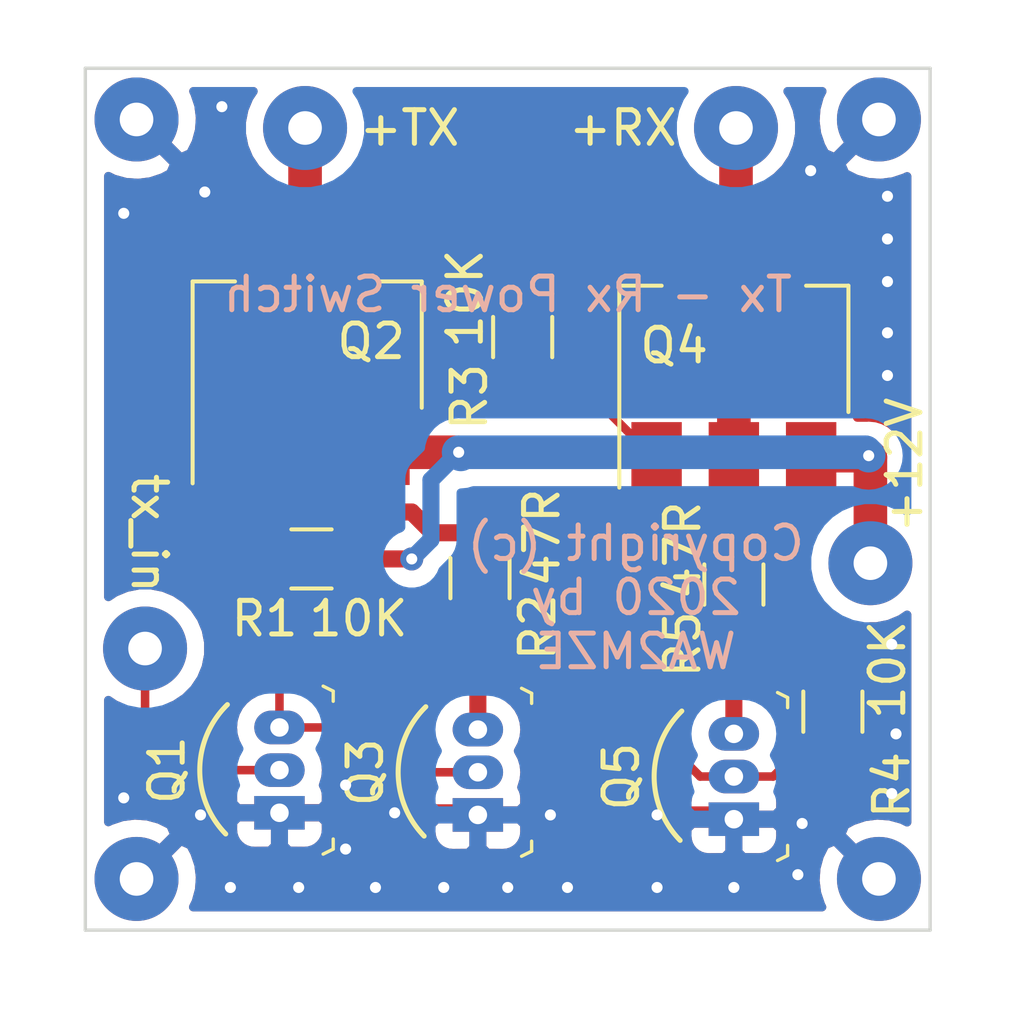
<source format=kicad_pcb>
(kicad_pcb (version 20171130) (host pcbnew 5.1.6-c6e7f7d~86~ubuntu19.10.1)

  (general
    (thickness 1.6)
    (drawings 15)
    (tracks 95)
    (zones 0)
    (modules 18)
    (nets 10)
  )

  (page A4)
  (layers
    (0 F.Cu signal)
    (31 B.Cu signal)
    (32 B.Adhes user)
    (33 F.Adhes user)
    (34 B.Paste user)
    (35 F.Paste user)
    (36 B.SilkS user)
    (37 F.SilkS user)
    (38 B.Mask user)
    (39 F.Mask user)
    (40 Dwgs.User user)
    (41 Cmts.User user)
    (42 Eco1.User user)
    (43 Eco2.User user)
    (44 Edge.Cuts user)
    (45 Margin user)
    (46 B.CrtYd user)
    (47 F.CrtYd user)
    (48 B.Fab user)
    (49 F.Fab user)
  )

  (setup
    (last_trace_width 0.508)
    (user_trace_width 0.254)
    (user_trace_width 0.508)
    (user_trace_width 1)
    (trace_clearance 0.1524)
    (zone_clearance 0.508)
    (zone_45_only no)
    (trace_min 0.1524)
    (via_size 0.6858)
    (via_drill 0.3302)
    (via_min_size 0.508)
    (via_min_drill 0.254)
    (uvia_size 0.6858)
    (uvia_drill 0.3302)
    (uvias_allowed no)
    (uvia_min_size 0.508)
    (uvia_min_drill 0.254)
    (edge_width 0.05)
    (segment_width 0.2)
    (pcb_text_width 0.3)
    (pcb_text_size 1.5 1.5)
    (mod_edge_width 0.12)
    (mod_text_size 1 1)
    (mod_text_width 0.15)
    (pad_size 1.524 1.524)
    (pad_drill 0.762)
    (pad_to_mask_clearance 0.0508)
    (solder_mask_min_width 0.1016)
    (aux_axis_origin 0 0)
    (visible_elements FFFFFF7F)
    (pcbplotparams
      (layerselection 0x010fc_ffffffff)
      (usegerberextensions false)
      (usegerberattributes true)
      (usegerberadvancedattributes true)
      (creategerberjobfile true)
      (excludeedgelayer true)
      (linewidth 0.100000)
      (plotframeref false)
      (viasonmask false)
      (mode 1)
      (useauxorigin false)
      (hpglpennumber 1)
      (hpglpenspeed 20)
      (hpglpendiameter 15.000000)
      (psnegative false)
      (psa4output false)
      (plotreference true)
      (plotvalue true)
      (plotinvisibletext false)
      (padsonsilk false)
      (subtractmaskfromsilk false)
      (outputformat 1)
      (mirror false)
      (drillshape 1)
      (scaleselection 1)
      (outputdirectory ""))
  )

  (net 0 "")
  (net 1 +12V)
  (net 2 +RX)
  (net 3 +TX)
  (net 4 tx)
  (net 5 GND)
  (net 6 "Net-(Q1-Pad3)")
  (net 7 "Net-(Q3-Pad3)")
  (net 8 "Net-(Q4-Pad1)")
  (net 9 "Net-(Q5-Pad3)")

  (net_class Default "This is the default net class."
    (clearance 0.1524)
    (trace_width 0.1524)
    (via_dia 0.6858)
    (via_drill 0.3302)
    (uvia_dia 0.6858)
    (uvia_drill 0.3302)
    (add_net +12V)
    (add_net +RX)
    (add_net +TX)
    (add_net GND)
    (add_net "Net-(Q1-Pad3)")
    (add_net "Net-(Q3-Pad3)")
    (add_net "Net-(Q4-Pad1)")
    (add_net "Net-(Q5-Pad3)")
    (add_net tx)
  )

  (module Wire_Pads:SolderWirePad_single_1mmDrill (layer F.Cu) (tedit 0) (tstamp 5EC54879)
    (at 182.372 334.264)
    (path /5EC7F07F)
    (fp_text reference J1 (at 0 -3.81) (layer F.SilkS) hide
      (effects (font (size 1 1) (thickness 0.15)))
    )
    (fp_text value 12VoltIn (at -1.905 3.175) (layer F.Fab)
      (effects (font (size 1 1) (thickness 0.15)))
    )
    (pad 1 thru_hole circle (at 0 0) (size 2.49936 2.49936) (drill 1.00076) (layers *.Cu *.Mask)
      (net 1 +12V))
  )

  (module Wire_Pads:SolderWirePad_single_1mmDrill (layer F.Cu) (tedit 0) (tstamp 5EC5487E)
    (at 178.3715 321.31)
    (path /5EC84DCD)
    (fp_text reference J2 (at -2.6035 1.27) (layer F.SilkS) hide
      (effects (font (size 1 1) (thickness 0.15)))
    )
    (fp_text value +RXout (at -1.905 3.175) (layer F.Fab)
      (effects (font (size 1 1) (thickness 0.15)))
    )
    (pad 1 thru_hole circle (at 0 0) (size 2.49936 2.49936) (drill 1.00076) (layers *.Cu *.Mask)
      (net 2 +RX))
  )

  (module Wire_Pads:SolderWirePad_single_1mmDrill (layer F.Cu) (tedit 0) (tstamp 5EC54883)
    (at 165.5445 321.31)
    (path /5EC85081)
    (fp_text reference J3 (at -2.6035 0.635) (layer F.SilkS) hide
      (effects (font (size 1 1) (thickness 0.15)))
    )
    (fp_text value +TXout (at -1.905 3.175) (layer F.Fab)
      (effects (font (size 1 1) (thickness 0.15)))
    )
    (pad 1 thru_hole circle (at 0 0) (size 2.49936 2.49936) (drill 1.00076) (layers *.Cu *.Mask)
      (net 3 +TX))
  )

  (module Wire_Pads:SolderWirePad_single_1mmDrill (layer F.Cu) (tedit 0) (tstamp 5EC54888)
    (at 160.782 336.804)
    (path /5EC85413)
    (fp_text reference J4 (at 2.413 0) (layer F.SilkS) hide
      (effects (font (size 1 1) (thickness 0.15)))
    )
    (fp_text value tx_in (at -1.905 3.175) (layer F.Fab)
      (effects (font (size 1 1) (thickness 0.15)))
    )
    (pad 1 thru_hole circle (at 0 0) (size 2.49936 2.49936) (drill 1.00076) (layers *.Cu *.Mask)
      (net 4 tx))
  )

  (module Wire_Pads:SolderWirePad_single_1mmDrill (layer F.Cu) (tedit 0) (tstamp 5EC5488D)
    (at 182.626 321.056)
    (path /5EC85994)
    (fp_text reference J5 (at -1.778 6.35) (layer F.SilkS) hide
      (effects (font (size 1 1) (thickness 0.15)))
    )
    (fp_text value GND (at -1.905 3.175) (layer F.Fab)
      (effects (font (size 1 1) (thickness 0.15)))
    )
    (pad 1 thru_hole circle (at 0 0) (size 2.49936 2.49936) (drill 1.00076) (layers *.Cu *.Mask)
      (net 5 GND))
  )

  (module Wire_Pads:SolderWirePad_single_1mmDrill (layer F.Cu) (tedit 0) (tstamp 5EC54892)
    (at 160.528 321.056)
    (path /5EC57D6A)
    (fp_text reference J6 (at 0.508 5.588) (layer F.SilkS) hide
      (effects (font (size 1 1) (thickness 0.15)))
    )
    (fp_text value GND (at -1.905 3.175) (layer F.Fab)
      (effects (font (size 1 1) (thickness 0.15)))
    )
    (pad 1 thru_hole circle (at 0 0) (size 2.49936 2.49936) (drill 1.00076) (layers *.Cu *.Mask)
      (net 5 GND))
  )

  (module Wire_Pads:SolderWirePad_single_1mmDrill (layer F.Cu) (tedit 0) (tstamp 5EC54897)
    (at 182.626 343.662)
    (path /5EC578D2)
    (fp_text reference J7 (at 0 -3.81) (layer F.SilkS) hide
      (effects (font (size 1 1) (thickness 0.15)))
    )
    (fp_text value GND (at -1.905 3.175) (layer F.Fab)
      (effects (font (size 1 1) (thickness 0.15)))
    )
    (pad 1 thru_hole circle (at 0 0) (size 2.49936 2.49936) (drill 1.00076) (layers *.Cu *.Mask)
      (net 5 GND))
  )

  (module Wire_Pads:SolderWirePad_single_1mmDrill (layer F.Cu) (tedit 0) (tstamp 5EC5489C)
    (at 160.528 343.662)
    (path /5EC580F8)
    (fp_text reference J8 (at 0 -3.81) (layer F.SilkS) hide
      (effects (font (size 1 1) (thickness 0.15)))
    )
    (fp_text value GND (at -1.905 3.175) (layer F.Fab)
      (effects (font (size 1 1) (thickness 0.15)))
    )
    (pad 1 thru_hole circle (at 0 0) (size 2.49936 2.49936) (drill 1.00076) (layers *.Cu *.Mask)
      (net 5 GND))
  )

  (module digikey-footprints:TO-92-3 (layer F.Cu) (tedit 5AF9CDD1) (tstamp 5EC548B0)
    (at 164.7825 341.6935 90)
    (descr http://www.ti.com/lit/ds/symlink/tl431a.pdf)
    (path /5ED66CB0)
    (fp_text reference Q1 (at 1.27 -3.35 90) (layer F.SilkS)
      (effects (font (size 1 1) (thickness 0.15)))
    )
    (fp_text value 2N7000 (at 1.27 2.5 90) (layer F.Fab)
      (effects (font (size 1 1) (thickness 0.15)))
    )
    (fp_line (start -1.08 1.6) (end -1.23 1.3) (layer F.SilkS) (width 0.1))
    (fp_line (start -0.78 1.6) (end -1.08 1.6) (layer F.SilkS) (width 0.1))
    (fp_line (start 3.62 1.6) (end 3.32 1.6) (layer F.SilkS) (width 0.1))
    (fp_line (start 3.62 1.6) (end 3.77 1.3) (layer F.SilkS) (width 0.1))
    (fp_line (start 4.17 1.75) (end 4.17 -2.5) (layer F.CrtYd) (width 0.05))
    (fp_line (start -1.63 1.75) (end -1.63 -2.5) (layer F.CrtYd) (width 0.05))
    (fp_line (start -1.63 1.75) (end 4.17 1.75) (layer F.CrtYd) (width 0.05))
    (fp_line (start -1.63 -2.5) (end 4.17 -2.5) (layer F.CrtYd) (width 0.05))
    (fp_line (start 3.57 1.5) (end -1.03 1.5) (layer F.Fab) (width 0.15))
    (fp_arc (start 1.27 0.35) (end -0.63 -1.6) (angle 90) (layer F.SilkS) (width 0.15))
    (fp_arc (start 1.27 0.3) (end -1.03 1.5) (angle 235) (layer F.Fab) (width 0.15))
    (fp_arc (start 1.27 0.3) (end -1.33 0.3) (angle 90) (layer F.Fab) (width 0.15))
    (fp_text user %R (at 1.27 -1.25 270) (layer F.Fab)
      (effects (font (size 0.75 0.75) (thickness 0.15)))
    )
    (pad 2 thru_hole oval (at 1.27 0 270) (size 1 1.5) (drill 0.55) (layers *.Cu *.Mask)
      (net 4 tx))
    (pad 3 thru_hole oval (at 2.54 0 270) (size 1 1.5) (drill 0.55) (layers *.Cu *.Mask)
      (net 6 "Net-(Q1-Pad3)"))
    (pad 1 thru_hole rect (at 0 0 270) (size 1 1.5) (drill 0.55) (layers *.Cu *.Mask)
      (net 5 GND))
  )

  (module TO_SOT_Packages_SMD:SOT-223-3_TabPin2 (layer F.Cu) (tedit 58CE4E7E) (tstamp 5EC548C6)
    (at 165.608 327.787 90)
    (descr "module CMS SOT223 4 pins")
    (tags "CMS SOT")
    (path /5ED0D060)
    (attr smd)
    (fp_text reference Q2 (at 0.127 1.905 180) (layer F.SilkS)
      (effects (font (size 1 1) (thickness 0.15)))
    )
    (fp_text value NDT2955 (at 0 4.5 90) (layer F.Fab)
      (effects (font (size 1 1) (thickness 0.15)))
    )
    (fp_text user %R (at 0 0) (layer F.Fab)
      (effects (font (size 0.8 0.8) (thickness 0.12)))
    )
    (fp_line (start 1.91 3.41) (end 1.91 2.15) (layer F.SilkS) (width 0.12))
    (fp_line (start 1.91 -3.41) (end 1.91 -2.15) (layer F.SilkS) (width 0.12))
    (fp_line (start 4.4 -3.6) (end -4.4 -3.6) (layer F.CrtYd) (width 0.05))
    (fp_line (start 4.4 3.6) (end 4.4 -3.6) (layer F.CrtYd) (width 0.05))
    (fp_line (start -4.4 3.6) (end 4.4 3.6) (layer F.CrtYd) (width 0.05))
    (fp_line (start -4.4 -3.6) (end -4.4 3.6) (layer F.CrtYd) (width 0.05))
    (fp_line (start -1.85 -2.35) (end -0.85 -3.35) (layer F.Fab) (width 0.1))
    (fp_line (start -1.85 -2.35) (end -1.85 3.35) (layer F.Fab) (width 0.1))
    (fp_line (start -1.85 3.41) (end 1.91 3.41) (layer F.SilkS) (width 0.12))
    (fp_line (start -0.85 -3.35) (end 1.85 -3.35) (layer F.Fab) (width 0.1))
    (fp_line (start -4.1 -3.41) (end 1.91 -3.41) (layer F.SilkS) (width 0.12))
    (fp_line (start -1.85 3.35) (end 1.85 3.35) (layer F.Fab) (width 0.1))
    (fp_line (start 1.85 -3.35) (end 1.85 3.35) (layer F.Fab) (width 0.1))
    (pad 1 smd rect (at -3.15 -2.3 90) (size 2 1.5) (layers F.Cu F.Paste F.Mask)
      (net 6 "Net-(Q1-Pad3)"))
    (pad 3 smd rect (at -3.15 2.3 90) (size 2 1.5) (layers F.Cu F.Paste F.Mask)
      (net 1 +12V))
    (pad 2 smd rect (at -3.15 0 90) (size 2 1.5) (layers F.Cu F.Paste F.Mask)
      (net 3 +TX))
    (pad 2 smd rect (at 3.15 0 90) (size 2 3.8) (layers F.Cu F.Paste F.Mask)
      (net 3 +TX))
    (model ${KISYS3DMOD}/TO_SOT_Packages_SMD.3dshapes/SOT-223.wrl
      (at (xyz 0 0 0))
      (scale (xyz 1 1 1))
      (rotate (xyz 0 0 0))
    )
  )

  (module digikey-footprints:TO-92-3 (layer F.Cu) (tedit 5AF9CDD1) (tstamp 5EC548DA)
    (at 170.688 341.757 90)
    (descr http://www.ti.com/lit/ds/symlink/tl431a.pdf)
    (path /5ED65EA9)
    (fp_text reference Q3 (at 1.27 -3.35 90) (layer F.SilkS)
      (effects (font (size 1 1) (thickness 0.15)))
    )
    (fp_text value 2N7000 (at 1.27 2.5 90) (layer F.Fab)
      (effects (font (size 1 1) (thickness 0.15)))
    )
    (fp_line (start -1.08 1.6) (end -1.23 1.3) (layer F.SilkS) (width 0.1))
    (fp_line (start -0.78 1.6) (end -1.08 1.6) (layer F.SilkS) (width 0.1))
    (fp_line (start 3.62 1.6) (end 3.32 1.6) (layer F.SilkS) (width 0.1))
    (fp_line (start 3.62 1.6) (end 3.77 1.3) (layer F.SilkS) (width 0.1))
    (fp_line (start 4.17 1.75) (end 4.17 -2.5) (layer F.CrtYd) (width 0.05))
    (fp_line (start -1.63 1.75) (end -1.63 -2.5) (layer F.CrtYd) (width 0.05))
    (fp_line (start -1.63 1.75) (end 4.17 1.75) (layer F.CrtYd) (width 0.05))
    (fp_line (start -1.63 -2.5) (end 4.17 -2.5) (layer F.CrtYd) (width 0.05))
    (fp_line (start 3.57 1.5) (end -1.03 1.5) (layer F.Fab) (width 0.15))
    (fp_arc (start 1.27 0.35) (end -0.63 -1.6) (angle 90) (layer F.SilkS) (width 0.15))
    (fp_arc (start 1.27 0.3) (end -1.03 1.5) (angle 235) (layer F.Fab) (width 0.15))
    (fp_arc (start 1.27 0.3) (end -1.33 0.3) (angle 90) (layer F.Fab) (width 0.15))
    (fp_text user %R (at 1.27 -1.25 270) (layer F.Fab)
      (effects (font (size 0.75 0.75) (thickness 0.15)))
    )
    (pad 2 thru_hole oval (at 1.27 0 270) (size 1 1.5) (drill 0.55) (layers *.Cu *.Mask)
      (net 6 "Net-(Q1-Pad3)"))
    (pad 3 thru_hole oval (at 2.54 0 270) (size 1 1.5) (drill 0.55) (layers *.Cu *.Mask)
      (net 7 "Net-(Q3-Pad3)"))
    (pad 1 thru_hole rect (at 0 0 270) (size 1 1.5) (drill 0.55) (layers *.Cu *.Mask)
      (net 5 GND))
  )

  (module TO_SOT_Packages_SMD:SOT-223-3_TabPin2 (layer F.Cu) (tedit 58CE4E7E) (tstamp 5EC55CCB)
    (at 178.308 327.914 90)
    (descr "module CMS SOT223 4 pins")
    (tags "CMS SOT")
    (path /5ECE7378)
    (attr smd)
    (fp_text reference Q4 (at 0.127 -1.778 180) (layer F.SilkS)
      (effects (font (size 1 1) (thickness 0.15)))
    )
    (fp_text value NDT2955 (at 0 4.5 90) (layer F.Fab)
      (effects (font (size 1 1) (thickness 0.15)))
    )
    (fp_line (start 1.85 -3.35) (end 1.85 3.35) (layer F.Fab) (width 0.1))
    (fp_line (start -1.85 3.35) (end 1.85 3.35) (layer F.Fab) (width 0.1))
    (fp_line (start -4.1 -3.41) (end 1.91 -3.41) (layer F.SilkS) (width 0.12))
    (fp_line (start -0.85 -3.35) (end 1.85 -3.35) (layer F.Fab) (width 0.1))
    (fp_line (start -1.85 3.41) (end 1.91 3.41) (layer F.SilkS) (width 0.12))
    (fp_line (start -1.85 -2.35) (end -1.85 3.35) (layer F.Fab) (width 0.1))
    (fp_line (start -1.85 -2.35) (end -0.85 -3.35) (layer F.Fab) (width 0.1))
    (fp_line (start -4.4 -3.6) (end -4.4 3.6) (layer F.CrtYd) (width 0.05))
    (fp_line (start -4.4 3.6) (end 4.4 3.6) (layer F.CrtYd) (width 0.05))
    (fp_line (start 4.4 3.6) (end 4.4 -3.6) (layer F.CrtYd) (width 0.05))
    (fp_line (start 4.4 -3.6) (end -4.4 -3.6) (layer F.CrtYd) (width 0.05))
    (fp_line (start 1.91 -3.41) (end 1.91 -2.15) (layer F.SilkS) (width 0.12))
    (fp_line (start 1.91 3.41) (end 1.91 2.15) (layer F.SilkS) (width 0.12))
    (fp_text user %R (at 0 0) (layer F.Fab)
      (effects (font (size 0.8 0.8) (thickness 0.12)))
    )
    (pad 2 smd rect (at 3.15 0 90) (size 2 3.8) (layers F.Cu F.Paste F.Mask)
      (net 2 +RX))
    (pad 2 smd rect (at -3.15 0 90) (size 2 1.5) (layers F.Cu F.Paste F.Mask)
      (net 2 +RX))
    (pad 3 smd rect (at -3.15 2.3 90) (size 2 1.5) (layers F.Cu F.Paste F.Mask)
      (net 1 +12V))
    (pad 1 smd rect (at -3.15 -2.3 90) (size 2 1.5) (layers F.Cu F.Paste F.Mask)
      (net 8 "Net-(Q4-Pad1)"))
    (model ${KISYS3DMOD}/TO_SOT_Packages_SMD.3dshapes/SOT-223.wrl
      (at (xyz 0 0 0))
      (scale (xyz 1 1 1))
      (rotate (xyz 0 0 0))
    )
  )

  (module digikey-footprints:TO-92-3 (layer F.Cu) (tedit 5AF9CDD1) (tstamp 5EC54904)
    (at 178.308 341.884 90)
    (descr http://www.ti.com/lit/ds/symlink/tl431a.pdf)
    (path /5ED67571)
    (fp_text reference Q5 (at 1.27 -3.35 90) (layer F.SilkS)
      (effects (font (size 1 1) (thickness 0.15)))
    )
    (fp_text value 2N7000 (at 1.27 2.5 90) (layer F.Fab)
      (effects (font (size 1 1) (thickness 0.15)))
    )
    (fp_text user %R (at 1.27 -1.25 270) (layer F.Fab)
      (effects (font (size 0.75 0.75) (thickness 0.15)))
    )
    (fp_arc (start 1.27 0.3) (end -1.33 0.3) (angle 90) (layer F.Fab) (width 0.15))
    (fp_arc (start 1.27 0.3) (end -1.03 1.5) (angle 235) (layer F.Fab) (width 0.15))
    (fp_arc (start 1.27 0.35) (end -0.63 -1.6) (angle 90) (layer F.SilkS) (width 0.15))
    (fp_line (start 3.57 1.5) (end -1.03 1.5) (layer F.Fab) (width 0.15))
    (fp_line (start -1.63 -2.5) (end 4.17 -2.5) (layer F.CrtYd) (width 0.05))
    (fp_line (start -1.63 1.75) (end 4.17 1.75) (layer F.CrtYd) (width 0.05))
    (fp_line (start -1.63 1.75) (end -1.63 -2.5) (layer F.CrtYd) (width 0.05))
    (fp_line (start 4.17 1.75) (end 4.17 -2.5) (layer F.CrtYd) (width 0.05))
    (fp_line (start 3.62 1.6) (end 3.77 1.3) (layer F.SilkS) (width 0.1))
    (fp_line (start 3.62 1.6) (end 3.32 1.6) (layer F.SilkS) (width 0.1))
    (fp_line (start -0.78 1.6) (end -1.08 1.6) (layer F.SilkS) (width 0.1))
    (fp_line (start -1.08 1.6) (end -1.23 1.3) (layer F.SilkS) (width 0.1))
    (pad 1 thru_hole rect (at 0 0 270) (size 1 1.5) (drill 0.55) (layers *.Cu *.Mask)
      (net 5 GND))
    (pad 3 thru_hole oval (at 2.54 0 270) (size 1 1.5) (drill 0.55) (layers *.Cu *.Mask)
      (net 9 "Net-(Q5-Pad3)"))
    (pad 2 thru_hole oval (at 1.27 0 270) (size 1 1.5) (drill 0.55) (layers *.Cu *.Mask)
      (net 3 +TX))
  )

  (module Resistors_SMD:R_0805_HandSoldering (layer F.Cu) (tedit 58E0A804) (tstamp 5EC54915)
    (at 165.735 334.137 180)
    (descr "Resistor SMD 0805, hand soldering")
    (tags "resistor 0805")
    (path /5ECE978C)
    (attr smd)
    (fp_text reference R1 (at 1.397 -1.778) (layer F.SilkS)
      (effects (font (size 1 1) (thickness 0.15)))
    )
    (fp_text value 10K (at 0 1.75) (layer F.Fab)
      (effects (font (size 1 1) (thickness 0.15)))
    )
    (fp_line (start 2.35 0.9) (end -2.35 0.9) (layer F.CrtYd) (width 0.05))
    (fp_line (start 2.35 0.9) (end 2.35 -0.9) (layer F.CrtYd) (width 0.05))
    (fp_line (start -2.35 -0.9) (end -2.35 0.9) (layer F.CrtYd) (width 0.05))
    (fp_line (start -2.35 -0.9) (end 2.35 -0.9) (layer F.CrtYd) (width 0.05))
    (fp_line (start -0.6 -0.88) (end 0.6 -0.88) (layer F.SilkS) (width 0.12))
    (fp_line (start 0.6 0.88) (end -0.6 0.88) (layer F.SilkS) (width 0.12))
    (fp_line (start -1 -0.62) (end 1 -0.62) (layer F.Fab) (width 0.1))
    (fp_line (start 1 -0.62) (end 1 0.62) (layer F.Fab) (width 0.1))
    (fp_line (start 1 0.62) (end -1 0.62) (layer F.Fab) (width 0.1))
    (fp_line (start -1 0.62) (end -1 -0.62) (layer F.Fab) (width 0.1))
    (fp_text user %R (at 0 0) (layer F.Fab)
      (effects (font (size 0.5 0.5) (thickness 0.075)))
    )
    (pad 1 smd rect (at -1.35 0 180) (size 1.5 1.3) (layers F.Cu F.Paste F.Mask)
      (net 1 +12V))
    (pad 2 smd rect (at 1.35 0 180) (size 1.5 1.3) (layers F.Cu F.Paste F.Mask)
      (net 6 "Net-(Q1-Pad3)"))
    (model ${KISYS3DMOD}/Resistors_SMD.3dshapes/R_0805.wrl
      (at (xyz 0 0 0))
      (scale (xyz 1 1 1))
      (rotate (xyz 0 0 0))
    )
  )

  (module Resistors_SMD:R_0805_HandSoldering (layer F.Cu) (tedit 58E0A804) (tstamp 5EC54926)
    (at 170.7515 334.7085 270)
    (descr "Resistor SMD 0805, hand soldering")
    (tags "resistor 0805")
    (path /5EC499D1)
    (attr smd)
    (fp_text reference R2 (at 1.4605 -1.7145 90) (layer F.SilkS)
      (effects (font (size 1 1) (thickness 0.15)))
    )
    (fp_text value 47 (at 0 1.75 90) (layer F.Fab)
      (effects (font (size 1 1) (thickness 0.15)))
    )
    (fp_text user %R (at 0 0 90) (layer F.Fab)
      (effects (font (size 0.5 0.5) (thickness 0.075)))
    )
    (fp_line (start -1 0.62) (end -1 -0.62) (layer F.Fab) (width 0.1))
    (fp_line (start 1 0.62) (end -1 0.62) (layer F.Fab) (width 0.1))
    (fp_line (start 1 -0.62) (end 1 0.62) (layer F.Fab) (width 0.1))
    (fp_line (start -1 -0.62) (end 1 -0.62) (layer F.Fab) (width 0.1))
    (fp_line (start 0.6 0.88) (end -0.6 0.88) (layer F.SilkS) (width 0.12))
    (fp_line (start -0.6 -0.88) (end 0.6 -0.88) (layer F.SilkS) (width 0.12))
    (fp_line (start -2.35 -0.9) (end 2.35 -0.9) (layer F.CrtYd) (width 0.05))
    (fp_line (start -2.35 -0.9) (end -2.35 0.9) (layer F.CrtYd) (width 0.05))
    (fp_line (start 2.35 0.9) (end 2.35 -0.9) (layer F.CrtYd) (width 0.05))
    (fp_line (start 2.35 0.9) (end -2.35 0.9) (layer F.CrtYd) (width 0.05))
    (pad 2 smd rect (at 1.35 0 270) (size 1.5 1.3) (layers F.Cu F.Paste F.Mask)
      (net 7 "Net-(Q3-Pad3)"))
    (pad 1 smd rect (at -1.35 0 270) (size 1.5 1.3) (layers F.Cu F.Paste F.Mask)
      (net 3 +TX))
    (model ${KISYS3DMOD}/Resistors_SMD.3dshapes/R_0805.wrl
      (at (xyz 0 0 0))
      (scale (xyz 1 1 1))
      (rotate (xyz 0 0 0))
    )
  )

  (module Resistors_SMD:R_0805_HandSoldering (layer F.Cu) (tedit 58E0A804) (tstamp 5EC54937)
    (at 172.0215 327.533 90)
    (descr "Resistor SMD 0805, hand soldering")
    (tags "resistor 0805")
    (path /5EC4A02A)
    (attr smd)
    (fp_text reference R3 (at -1.778 -1.5875 90) (layer F.SilkS)
      (effects (font (size 1 1) (thickness 0.15)))
    )
    (fp_text value 10K (at 0 1.75 90) (layer F.Fab)
      (effects (font (size 1 1) (thickness 0.15)))
    )
    (fp_line (start 2.35 0.9) (end -2.35 0.9) (layer F.CrtYd) (width 0.05))
    (fp_line (start 2.35 0.9) (end 2.35 -0.9) (layer F.CrtYd) (width 0.05))
    (fp_line (start -2.35 -0.9) (end -2.35 0.9) (layer F.CrtYd) (width 0.05))
    (fp_line (start -2.35 -0.9) (end 2.35 -0.9) (layer F.CrtYd) (width 0.05))
    (fp_line (start -0.6 -0.88) (end 0.6 -0.88) (layer F.SilkS) (width 0.12))
    (fp_line (start 0.6 0.88) (end -0.6 0.88) (layer F.SilkS) (width 0.12))
    (fp_line (start -1 -0.62) (end 1 -0.62) (layer F.Fab) (width 0.1))
    (fp_line (start 1 -0.62) (end 1 0.62) (layer F.Fab) (width 0.1))
    (fp_line (start 1 0.62) (end -1 0.62) (layer F.Fab) (width 0.1))
    (fp_line (start -1 0.62) (end -1 -0.62) (layer F.Fab) (width 0.1))
    (fp_text user %R (at 0 0 90) (layer F.Fab)
      (effects (font (size 0.5 0.5) (thickness 0.075)))
    )
    (pad 1 smd rect (at -1.35 0 90) (size 1.5 1.3) (layers F.Cu F.Paste F.Mask)
      (net 8 "Net-(Q4-Pad1)"))
    (pad 2 smd rect (at 1.35 0 90) (size 1.5 1.3) (layers F.Cu F.Paste F.Mask)
      (net 3 +TX))
    (model ${KISYS3DMOD}/Resistors_SMD.3dshapes/R_0805.wrl
      (at (xyz 0 0 0))
      (scale (xyz 1 1 1))
      (rotate (xyz 0 0 0))
    )
  )

  (module Resistors_SMD:R_0805_HandSoldering (layer F.Cu) (tedit 58E0A804) (tstamp 5EC54948)
    (at 181.2544 338.6836 90)
    (descr "Resistor SMD 0805, hand soldering")
    (tags "resistor 0805")
    (path /5EC4C090)
    (attr smd)
    (fp_text reference R4 (at -2.1844 1.7526 90) (layer F.SilkS)
      (effects (font (size 1 1) (thickness 0.15)))
    )
    (fp_text value 100K (at 0 1.75 90) (layer F.Fab)
      (effects (font (size 1 1) (thickness 0.15)))
    )
    (fp_text user %R (at 0 0 90) (layer F.Fab)
      (effects (font (size 0.5 0.5) (thickness 0.075)))
    )
    (fp_line (start -1 0.62) (end -1 -0.62) (layer F.Fab) (width 0.1))
    (fp_line (start 1 0.62) (end -1 0.62) (layer F.Fab) (width 0.1))
    (fp_line (start 1 -0.62) (end 1 0.62) (layer F.Fab) (width 0.1))
    (fp_line (start -1 -0.62) (end 1 -0.62) (layer F.Fab) (width 0.1))
    (fp_line (start 0.6 0.88) (end -0.6 0.88) (layer F.SilkS) (width 0.12))
    (fp_line (start -0.6 -0.88) (end 0.6 -0.88) (layer F.SilkS) (width 0.12))
    (fp_line (start -2.35 -0.9) (end 2.35 -0.9) (layer F.CrtYd) (width 0.05))
    (fp_line (start -2.35 -0.9) (end -2.35 0.9) (layer F.CrtYd) (width 0.05))
    (fp_line (start 2.35 0.9) (end 2.35 -0.9) (layer F.CrtYd) (width 0.05))
    (fp_line (start 2.35 0.9) (end -2.35 0.9) (layer F.CrtYd) (width 0.05))
    (pad 2 smd rect (at 1.35 0 90) (size 1.5 1.3) (layers F.Cu F.Paste F.Mask)
      (net 3 +TX))
    (pad 1 smd rect (at -1.35 0 90) (size 1.5 1.3) (layers F.Cu F.Paste F.Mask)
      (net 5 GND))
    (model ${KISYS3DMOD}/Resistors_SMD.3dshapes/R_0805.wrl
      (at (xyz 0 0 0))
      (scale (xyz 1 1 1))
      (rotate (xyz 0 0 0))
    )
  )

  (module Resistors_SMD:R_0805_HandSoldering (layer F.Cu) (tedit 58E0A804) (tstamp 5EC54959)
    (at 178.308 334.899 270)
    (descr "Resistor SMD 0805, hand soldering")
    (tags "resistor 0805")
    (path /5EC48BCB)
    (attr smd)
    (fp_text reference R5 (at 1.778 1.524 90) (layer F.SilkS)
      (effects (font (size 1 1) (thickness 0.15)))
    )
    (fp_text value 47 (at 0 1.75 90) (layer F.Fab)
      (effects (font (size 1 1) (thickness 0.15)))
    )
    (fp_text user %R (at 0 0 90) (layer F.Fab)
      (effects (font (size 0.5 0.5) (thickness 0.075)))
    )
    (fp_line (start -1 0.62) (end -1 -0.62) (layer F.Fab) (width 0.1))
    (fp_line (start 1 0.62) (end -1 0.62) (layer F.Fab) (width 0.1))
    (fp_line (start 1 -0.62) (end 1 0.62) (layer F.Fab) (width 0.1))
    (fp_line (start -1 -0.62) (end 1 -0.62) (layer F.Fab) (width 0.1))
    (fp_line (start 0.6 0.88) (end -0.6 0.88) (layer F.SilkS) (width 0.12))
    (fp_line (start -0.6 -0.88) (end 0.6 -0.88) (layer F.SilkS) (width 0.12))
    (fp_line (start -2.35 -0.9) (end 2.35 -0.9) (layer F.CrtYd) (width 0.05))
    (fp_line (start -2.35 -0.9) (end -2.35 0.9) (layer F.CrtYd) (width 0.05))
    (fp_line (start 2.35 0.9) (end 2.35 -0.9) (layer F.CrtYd) (width 0.05))
    (fp_line (start 2.35 0.9) (end -2.35 0.9) (layer F.CrtYd) (width 0.05))
    (pad 2 smd rect (at 1.35 0 270) (size 1.5 1.3) (layers F.Cu F.Paste F.Mask)
      (net 9 "Net-(Q5-Pad3)"))
    (pad 1 smd rect (at -1.35 0 270) (size 1.5 1.3) (layers F.Cu F.Paste F.Mask)
      (net 2 +RX))
    (model ${KISYS3DMOD}/Resistors_SMD.3dshapes/R_0805.wrl
      (at (xyz 0 0 0))
      (scale (xyz 1 1 1))
      (rotate (xyz 0 0 0))
    )
  )

  (gr_text 10K (at 182.88 337.439 90) (layer F.SilkS)
    (effects (font (size 1 1) (thickness 0.15)))
  )
  (gr_text 47R (at 176.784 333.883 90) (layer F.SilkS)
    (effects (font (size 1 1) (thickness 0.15)))
  )
  (gr_text 10K (at 170.307 326.39 90) (layer F.SilkS)
    (effects (font (size 1 1) (thickness 0.15)))
  )
  (gr_text 47R (at 172.593 333.502 90) (layer F.SilkS)
    (effects (font (size 1 1) (thickness 0.15)))
  )
  (gr_text 10K (at 167.132 335.915) (layer F.SilkS)
    (effects (font (size 1 1) (thickness 0.15)))
  )
  (gr_text "Tx - Rx Power Switch" (at 171.577 326.263) (layer B.SilkS)
    (effects (font (size 1 1) (thickness 0.15)) (justify mirror))
  )
  (gr_text "Copyright (c)\n2020 by\nWA2MZE" (at 175.387 335.28) (layer B.SilkS)
    (effects (font (size 1 1) (thickness 0.15)) (justify mirror))
  )
  (gr_text +12V (at 183.388 331.343 90) (layer F.SilkS)
    (effects (font (size 1 1) (thickness 0.15)))
  )
  (gr_text tx_in (at 160.909 333.375 270) (layer F.SilkS)
    (effects (font (size 1 1) (thickness 0.15)))
  )
  (gr_text +TX (at 168.656 321.31) (layer F.SilkS)
    (effects (font (size 1 1) (thickness 0.15)))
  )
  (gr_text +RX (at 175.006 321.31) (layer F.SilkS)
    (effects (font (size 1 1) (thickness 0.15)))
  )
  (gr_line (start 184.15 319.532) (end 184.15 345.186) (layer Edge.Cuts) (width 0.1))
  (gr_line (start 159.004 319.532) (end 184.15 319.532) (layer Edge.Cuts) (width 0.1))
  (gr_line (start 159.004 345.186) (end 159.004 319.532) (layer Edge.Cuts) (width 0.1))
  (gr_line (start 184.15 345.186) (end 159.004 345.186) (layer Edge.Cuts) (width 0.1))

  (via (at 182.3212 331.0636) (size 0.9652) (drill 0.3302) (layers F.Cu B.Cu) (net 1) (tstamp 5EC55119))
  (via (at 168.7195 334.137) (size 0.6858) (drill 0.3302) (layers F.Cu B.Cu) (net 1) (tstamp 5EC55119))
  (via (at 170.1165 330.962) (size 0.9652) (drill 0.3302) (layers F.Cu B.Cu) (net 1))
  (segment (start 180.6465 331.0255) (end 180.608 331.064) (width 1) (layer F.Cu) (net 1))
  (segment (start 170.18 331.0255) (end 170.1165 330.962) (width 1) (layer B.Cu) (net 1))
  (segment (start 167.933 330.962) (end 167.908 330.937) (width 1) (layer F.Cu) (net 1))
  (segment (start 170.1165 330.962) (end 167.933 330.962) (width 1) (layer F.Cu) (net 1))
  (segment (start 182.2196 330.962) (end 182.3212 331.0636) (width 1) (layer B.Cu) (net 1))
  (segment (start 170.1165 330.962) (end 182.2196 330.962) (width 1) (layer B.Cu) (net 1))
  (segment (start 180.6084 331.0636) (end 180.608 331.064) (width 1) (layer F.Cu) (net 1))
  (segment (start 182.3212 331.0636) (end 180.6084 331.0636) (width 1) (layer F.Cu) (net 1))
  (segment (start 182.372 331.1144) (end 182.3212 331.0636) (width 1) (layer F.Cu) (net 1))
  (segment (start 182.372 334.264) (end 182.372 331.1144) (width 1) (layer F.Cu) (net 1))
  (segment (start 170.1165 330.962) (end 169.291 331.7875) (width 0.508) (layer B.Cu) (net 1))
  (segment (start 169.291 333.5655) (end 168.7195 334.137) (width 0.508) (layer B.Cu) (net 1))
  (segment (start 169.291 331.7875) (end 169.291 333.5655) (width 0.508) (layer B.Cu) (net 1))
  (segment (start 168.7195 334.137) (end 167.085 334.137) (width 0.508) (layer F.Cu) (net 1))
  (segment (start 178.3715 324.7005) (end 178.308 324.764) (width 1) (layer F.Cu) (net 2))
  (segment (start 178.3715 321.31) (end 178.3715 324.7005) (width 1) (layer F.Cu) (net 2))
  (segment (start 178.308 324.764) (end 178.308 331.064) (width 1) (layer F.Cu) (net 2))
  (segment (start 178.308 333.549) (end 178.308 331.064) (width 1) (layer F.Cu) (net 2))
  (segment (start 165.5445 324.5735) (end 165.608 324.637) (width 1) (layer F.Cu) (net 3))
  (segment (start 165.5445 321.31) (end 165.5445 324.5735) (width 1) (layer F.Cu) (net 3))
  (segment (start 165.608 324.637) (end 165.608 330.937) (width 1) (layer F.Cu) (net 3))
  (segment (start 170.7515 333.3585) (end 169.973 333.3585) (width 0.254) (layer F.Cu) (net 3))
  (segment (start 170.7515 333.3585) (end 169.338 333.3585) (width 0.508) (layer F.Cu) (net 3))
  (segment (start 169.338 333.3585) (end 168.7195 332.74) (width 0.508) (layer F.Cu) (net 3))
  (segment (start 165.608 332.445) (end 165.608 330.937) (width 0.508) (layer F.Cu) (net 3))
  (segment (start 165.903 332.74) (end 165.608 332.445) (width 0.508) (layer F.Cu) (net 3))
  (segment (start 168.7195 332.74) (end 165.903 332.74) (width 0.508) (layer F.Cu) (net 3))
  (segment (start 177.304 340.614) (end 173.5328 336.8428) (width 0.254) (layer F.Cu) (net 3))
  (segment (start 178.308 340.614) (end 177.304 340.614) (width 0.254) (layer F.Cu) (net 3))
  (segment (start 173.5328 336.1398) (end 170.7515 333.3585) (width 0.254) (layer F.Cu) (net 3))
  (segment (start 173.5328 336.8428) (end 173.5328 336.1398) (width 0.254) (layer F.Cu) (net 3))
  (segment (start 179.9336 340.1568) (end 179.9336 338.6544) (width 0.254) (layer F.Cu) (net 3))
  (segment (start 179.9336 338.6544) (end 181.2544 337.3336) (width 0.254) (layer F.Cu) (net 3))
  (segment (start 178.308 340.614) (end 179.4764 340.614) (width 0.254) (layer F.Cu) (net 3))
  (segment (start 179.4764 340.614) (end 179.9336 340.1568) (width 0.254) (layer F.Cu) (net 3))
  (segment (start 172.0215 326.183) (end 171.243 326.183) (width 0.254) (layer F.Cu) (net 3))
  (segment (start 169.697 324.637) (end 165.608 324.637) (width 0.254) (layer F.Cu) (net 3))
  (segment (start 171.243 326.183) (end 169.697 324.637) (width 0.254) (layer F.Cu) (net 3))
  (segment (start 164.7825 340.4235) (end 162.3695 340.4235) (width 0.254) (layer F.Cu) (net 4))
  (segment (start 160.782 338.836) (end 160.782 336.804) (width 0.254) (layer F.Cu) (net 4))
  (segment (start 162.3695 340.4235) (end 160.782 338.836) (width 0.254) (layer F.Cu) (net 4))
  (segment (start 170.6245 341.6935) (end 170.688 341.757) (width 0.508) (layer F.Cu) (net 5))
  (segment (start 164.7825 341.6935) (end 168.2115 341.6935) (width 0.508) (layer F.Cu) (net 5))
  (segment (start 178.181 341.757) (end 178.308 341.884) (width 0.508) (layer F.Cu) (net 5))
  (segment (start 170.688 341.757) (end 172.847 341.757) (width 0.508) (layer F.Cu) (net 5))
  (via (at 182.88 323.342) (size 0.6858) (drill 0.3302) (layers F.Cu B.Cu) (net 5))
  (via (at 180.594 322.58) (size 0.6858) (drill 0.3302) (layers F.Cu B.Cu) (net 5))
  (via (at 182.88 324.612) (size 0.6858) (drill 0.3302) (layers F.Cu B.Cu) (net 5))
  (via (at 182.88 325.882) (size 0.6858) (drill 0.3302) (layers F.Cu B.Cu) (net 5))
  (via (at 182.88 327.406) (size 0.6858) (drill 0.3302) (layers F.Cu B.Cu) (net 5))
  (via (at 182.88 328.676) (size 0.6858) (drill 0.3302) (layers F.Cu B.Cu) (net 5))
  (via (at 183.007 341.122) (size 0.6858) (drill 0.3302) (layers F.Cu B.Cu) (net 5))
  (via (at 183.134 339.344) (size 0.6858) (drill 0.3302) (layers F.Cu B.Cu) (net 5))
  (via (at 183.007 336.677) (size 0.6858) (drill 0.3302) (layers F.Cu B.Cu) (net 5))
  (via (at 180.34 342.011) (size 0.6858) (drill 0.3302) (layers F.Cu B.Cu) (net 5))
  (via (at 180.213 343.535) (size 0.6858) (drill 0.3302) (layers F.Cu B.Cu) (net 5))
  (via (at 178.308 343.916) (size 0.6858) (drill 0.3302) (layers F.Cu B.Cu) (net 5))
  (segment (start 176.022 341.757) (end 178.181 341.757) (width 0.508) (layer F.Cu) (net 5) (tstamp 5EC552DB))
  (via (at 176.022 341.757) (size 0.6858) (drill 0.3302) (layers F.Cu B.Cu) (net 5))
  (via (at 176.022 343.916) (size 0.6858) (drill 0.3302) (layers F.Cu B.Cu) (net 5))
  (via (at 173.355 343.916) (size 0.6858) (drill 0.3302) (layers F.Cu B.Cu) (net 5))
  (via (at 171.577 343.916) (size 0.6858) (drill 0.3302) (layers F.Cu B.Cu) (net 5))
  (via (at 169.672 343.916) (size 0.6858) (drill 0.3302) (layers F.Cu B.Cu) (net 5))
  (via (at 167.64 343.916) (size 0.6858) (drill 0.3302) (layers F.Cu B.Cu) (net 5))
  (via (at 165.354 343.916) (size 0.6858) (drill 0.3302) (layers F.Cu B.Cu) (net 5))
  (via (at 163.322 343.916) (size 0.6858) (drill 0.3302) (layers F.Cu B.Cu) (net 5))
  (via (at 162.433 341.757) (size 0.6858) (drill 0.3302) (layers F.Cu B.Cu) (net 5))
  (via (at 160.147 341.249) (size 0.6858) (drill 0.3302) (layers F.Cu B.Cu) (net 5))
  (via (at 166.751 340.868) (size 0.6858) (drill 0.3302) (layers F.Cu B.Cu) (net 5))
  (via (at 166.751 342.773) (size 0.6858) (drill 0.3302) (layers F.Cu B.Cu) (net 5))
  (segment (start 168.2115 341.6935) (end 170.6245 341.6935) (width 0.508) (layer F.Cu) (net 5) (tstamp 5EC552DD))
  (via (at 168.2115 341.6935) (size 0.6858) (drill 0.3302) (layers F.Cu B.Cu) (net 5))
  (segment (start 172.847 341.757) (end 176.022 341.757) (width 0.508) (layer F.Cu) (net 5) (tstamp 5EC552DF))
  (via (at 172.847 341.757) (size 0.6858) (drill 0.3302) (layers F.Cu B.Cu) (net 5))
  (via (at 163.068 320.675) (size 0.6858) (drill 0.3302) (layers F.Cu B.Cu) (net 5))
  (via (at 162.56 323.215) (size 0.6858) (drill 0.3302) (layers F.Cu B.Cu) (net 5))
  (via (at 160.147 323.85) (size 0.6858) (drill 0.3302) (layers F.Cu B.Cu) (net 5))
  (segment (start 164.7825 334.5345) (end 164.385 334.137) (width 0.254) (layer F.Cu) (net 6))
  (segment (start 164.7825 339.1535) (end 164.7825 334.5345) (width 0.254) (layer F.Cu) (net 6))
  (segment (start 164.385 334.137) (end 164.385 333.2315) (width 0.254) (layer F.Cu) (net 6))
  (segment (start 163.308 332.1545) (end 163.308 330.937) (width 0.254) (layer F.Cu) (net 6))
  (segment (start 164.385 333.2315) (end 163.308 332.1545) (width 0.254) (layer F.Cu) (net 6))
  (segment (start 170.688 340.487) (end 168.783 340.487) (width 0.254) (layer F.Cu) (net 6))
  (segment (start 167.4495 339.1535) (end 164.7825 339.1535) (width 0.254) (layer F.Cu) (net 6))
  (segment (start 168.783 340.487) (end 167.4495 339.1535) (width 0.254) (layer F.Cu) (net 6))
  (segment (start 170.7515 339.1535) (end 170.688 339.217) (width 0.254) (layer F.Cu) (net 7))
  (segment (start 170.688 336.122) (end 170.7515 336.0585) (width 0.508) (layer F.Cu) (net 7))
  (segment (start 170.688 339.217) (end 170.688 336.122) (width 0.508) (layer F.Cu) (net 7))
  (segment (start 172.0215 328.883) (end 173.689 328.883) (width 0.254) (layer F.Cu) (net 8))
  (segment (start 175.87 331.064) (end 176.008 331.064) (width 0.254) (layer F.Cu) (net 8))
  (segment (start 173.689 328.883) (end 175.87 331.064) (width 0.254) (layer F.Cu) (net 8))
  (segment (start 178.308 339.344) (end 178.308 336.249) (width 0.508) (layer F.Cu) (net 9))

  (zone (net 5) (net_name GND) (layer F.Cu) (tstamp 5EC5529D) (hatch edge 0.508)
    (connect_pads (clearance 0.508))
    (min_thickness 0.254)
    (fill yes (arc_segments 32) (thermal_gap 0.508) (thermal_bridge_width 0.508))
    (polygon
      (pts
        (xy 185.42 346.456) (xy 157.988 346.202) (xy 157.988 319.024) (xy 185.928 319.024)
      )
    )
    (filled_polygon
      (pts
        (xy 172.7708 336.455431) (xy 172.7708 336.805377) (xy 172.767114 336.8428) (xy 172.7708 336.880223) (xy 172.7708 336.880225)
        (xy 172.781826 336.992177) (xy 172.825398 337.135814) (xy 172.825399 337.135815) (xy 172.896155 337.268192) (xy 172.935783 337.316478)
        (xy 172.991378 337.384222) (xy 173.020454 337.408084) (xy 176.738721 341.126352) (xy 176.762578 341.155422) (xy 176.878608 341.250645)
        (xy 176.930339 341.278296) (xy 176.919928 341.384) (xy 176.923 341.59825) (xy 177.08175 341.757) (xy 178.181 341.757)
        (xy 178.181 341.749) (xy 178.435 341.749) (xy 178.435 341.757) (xy 179.53425 341.757) (xy 179.693 341.59825)
        (xy 179.696072 341.384) (xy 179.692213 341.344821) (xy 179.769415 341.321402) (xy 179.901792 341.250645) (xy 180.017822 341.155422)
        (xy 180.041684 341.126346) (xy 180.058562 341.109468) (xy 180.073863 341.138094) (xy 180.153215 341.234785) (xy 180.249906 341.314137)
        (xy 180.36022 341.373102) (xy 180.479918 341.409412) (xy 180.6044 341.421672) (xy 180.96865 341.4186) (xy 181.1274 341.25985)
        (xy 181.1274 340.1606) (xy 181.3814 340.1606) (xy 181.3814 341.25985) (xy 181.54015 341.4186) (xy 181.9044 341.421672)
        (xy 182.028882 341.409412) (xy 182.14858 341.373102) (xy 182.258894 341.314137) (xy 182.355585 341.234785) (xy 182.434937 341.138094)
        (xy 182.493902 341.02778) (xy 182.530212 340.908082) (xy 182.542472 340.7836) (xy 182.5394 340.31935) (xy 182.38065 340.1606)
        (xy 181.3814 340.1606) (xy 181.1274 340.1606) (xy 181.1074 340.1606) (xy 181.1074 339.9066) (xy 181.1274 339.9066)
        (xy 181.1274 339.8866) (xy 181.3814 339.8866) (xy 181.3814 339.9066) (xy 182.38065 339.9066) (xy 182.5394 339.74785)
        (xy 182.542472 339.2836) (xy 182.530212 339.159118) (xy 182.493902 339.03942) (xy 182.434937 338.929106) (xy 182.355585 338.832415)
        (xy 182.258894 338.753063) (xy 182.14858 338.694098) (xy 182.113973 338.6836) (xy 182.14858 338.673102) (xy 182.258894 338.614137)
        (xy 182.355585 338.534785) (xy 182.434937 338.438094) (xy 182.493902 338.32778) (xy 182.530212 338.208082) (xy 182.542472 338.0836)
        (xy 182.542472 336.5836) (xy 182.530212 336.459118) (xy 182.493902 336.33942) (xy 182.434937 336.229106) (xy 182.368933 336.14868)
        (xy 182.557625 336.14868) (xy 182.921741 336.076253) (xy 183.264731 335.934182) (xy 183.465001 335.800365) (xy 183.465001 341.974367)
        (xy 183.301738 341.892861) (xy 182.943613 341.795025) (xy 182.573281 341.768935) (xy 182.204975 341.815595) (xy 181.852849 341.933211)
        (xy 181.618104 342.058685) (xy 181.492229 342.348623) (xy 182.626 343.482395) (xy 182.640142 343.468252) (xy 182.819748 343.647858)
        (xy 182.805605 343.662) (xy 182.819748 343.676142) (xy 182.640142 343.855748) (xy 182.626 343.841605) (xy 182.611858 343.855748)
        (xy 182.432252 343.676142) (xy 182.446395 343.662) (xy 181.312623 342.528229) (xy 181.022685 342.654104) (xy 180.856861 342.986262)
        (xy 180.759025 343.344387) (xy 180.732935 343.714719) (xy 180.779595 344.083025) (xy 180.897211 344.435151) (xy 180.932408 344.501)
        (xy 162.215633 344.501) (xy 162.297139 344.337738) (xy 162.394975 343.979613) (xy 162.421065 343.609281) (xy 162.374405 343.240975)
        (xy 162.256789 342.888849) (xy 162.131315 342.654104) (xy 161.841377 342.528229) (xy 160.707605 343.662) (xy 160.721748 343.676142)
        (xy 160.542142 343.855748) (xy 160.528 343.841605) (xy 160.513858 343.855748) (xy 160.334252 343.676142) (xy 160.348395 343.662)
        (xy 160.334252 343.647858) (xy 160.513858 343.468252) (xy 160.528 343.482395) (xy 161.661771 342.348623) (xy 161.594426 342.1935)
        (xy 163.394428 342.1935) (xy 163.406688 342.317982) (xy 163.442998 342.43768) (xy 163.501963 342.547994) (xy 163.581315 342.644685)
        (xy 163.678006 342.724037) (xy 163.78832 342.783002) (xy 163.908018 342.819312) (xy 164.0325 342.831572) (xy 164.49675 342.8285)
        (xy 164.6555 342.66975) (xy 164.6555 341.8205) (xy 164.9095 341.8205) (xy 164.9095 342.66975) (xy 165.06825 342.8285)
        (xy 165.5325 342.831572) (xy 165.656982 342.819312) (xy 165.77668 342.783002) (xy 165.886994 342.724037) (xy 165.983685 342.644685)
        (xy 166.063037 342.547994) (xy 166.122002 342.43768) (xy 166.158312 342.317982) (xy 166.164318 342.257) (xy 169.299928 342.257)
        (xy 169.312188 342.381482) (xy 169.348498 342.50118) (xy 169.407463 342.611494) (xy 169.486815 342.708185) (xy 169.583506 342.787537)
        (xy 169.69382 342.846502) (xy 169.813518 342.882812) (xy 169.938 342.895072) (xy 170.40225 342.892) (xy 170.561 342.73325)
        (xy 170.561 341.884) (xy 170.815 341.884) (xy 170.815 342.73325) (xy 170.97375 342.892) (xy 171.438 342.895072)
        (xy 171.562482 342.882812) (xy 171.68218 342.846502) (xy 171.792494 342.787537) (xy 171.889185 342.708185) (xy 171.968537 342.611494)
        (xy 172.027502 342.50118) (xy 172.063048 342.384) (xy 176.919928 342.384) (xy 176.932188 342.508482) (xy 176.968498 342.62818)
        (xy 177.027463 342.738494) (xy 177.106815 342.835185) (xy 177.203506 342.914537) (xy 177.31382 342.973502) (xy 177.433518 343.009812)
        (xy 177.558 343.022072) (xy 178.02225 343.019) (xy 178.181 342.86025) (xy 178.181 342.011) (xy 178.435 342.011)
        (xy 178.435 342.86025) (xy 178.59375 343.019) (xy 179.058 343.022072) (xy 179.182482 343.009812) (xy 179.30218 342.973502)
        (xy 179.412494 342.914537) (xy 179.509185 342.835185) (xy 179.588537 342.738494) (xy 179.647502 342.62818) (xy 179.683812 342.508482)
        (xy 179.696072 342.384) (xy 179.693 342.16975) (xy 179.53425 342.011) (xy 178.435 342.011) (xy 178.181 342.011)
        (xy 177.08175 342.011) (xy 176.923 342.16975) (xy 176.919928 342.384) (xy 172.063048 342.384) (xy 172.063812 342.381482)
        (xy 172.076072 342.257) (xy 172.073 342.04275) (xy 171.91425 341.884) (xy 170.815 341.884) (xy 170.561 341.884)
        (xy 169.46175 341.884) (xy 169.303 342.04275) (xy 169.299928 342.257) (xy 166.164318 342.257) (xy 166.170572 342.1935)
        (xy 166.1675 341.97925) (xy 166.00875 341.8205) (xy 164.9095 341.8205) (xy 164.6555 341.8205) (xy 163.55625 341.8205)
        (xy 163.3975 341.97925) (xy 163.394428 342.1935) (xy 161.594426 342.1935) (xy 161.535896 342.058685) (xy 161.203738 341.892861)
        (xy 160.845613 341.795025) (xy 160.475281 341.768935) (xy 160.106975 341.815595) (xy 159.754849 341.933211) (xy 159.689 341.968408)
        (xy 159.689 338.340366) (xy 159.889269 338.474182) (xy 160.02 338.528333) (xy 160.02 338.798576) (xy 160.016314 338.836)
        (xy 160.02 338.873423) (xy 160.02 338.873425) (xy 160.031026 338.985377) (xy 160.074598 339.129014) (xy 160.074599 339.129015)
        (xy 160.145355 339.261392) (xy 160.169691 339.291045) (xy 160.240578 339.377422) (xy 160.269654 339.401284) (xy 161.804221 340.935852)
        (xy 161.828078 340.964922) (xy 161.944108 341.060145) (xy 162.076485 341.130902) (xy 162.220122 341.174474) (xy 162.332074 341.1855)
        (xy 162.332076 341.1855) (xy 162.369499 341.189186) (xy 162.406922 341.1855) (xy 163.395216 341.1855) (xy 163.394428 341.1935)
        (xy 163.3975 341.40775) (xy 163.55625 341.5665) (xy 164.6555 341.5665) (xy 164.6555 341.5585) (xy 164.9095 341.5585)
        (xy 164.9095 341.5665) (xy 166.00875 341.5665) (xy 166.1675 341.40775) (xy 166.170572 341.1935) (xy 166.158312 341.069018)
        (xy 166.122002 340.94932) (xy 166.080203 340.871121) (xy 166.086176 340.859947) (xy 166.151077 340.645999) (xy 166.172991 340.4235)
        (xy 166.151077 340.201001) (xy 166.086176 339.987053) (xy 166.04793 339.9155) (xy 167.13387 339.9155) (xy 168.217721 340.999352)
        (xy 168.241578 341.028422) (xy 168.270648 341.052279) (xy 168.357607 341.123645) (xy 168.428364 341.161465) (xy 168.489985 341.194402)
        (xy 168.633622 341.237974) (xy 168.745574 341.249) (xy 168.745577 341.249) (xy 168.783 341.252686) (xy 168.820423 341.249)
        (xy 169.300716 341.249) (xy 169.299928 341.257) (xy 169.303 341.47125) (xy 169.46175 341.63) (xy 170.561 341.63)
        (xy 170.561 341.622) (xy 170.815 341.622) (xy 170.815 341.63) (xy 171.91425 341.63) (xy 172.073 341.47125)
        (xy 172.076072 341.257) (xy 172.063812 341.132518) (xy 172.027502 341.01282) (xy 171.985703 340.934621) (xy 171.991676 340.923447)
        (xy 172.056577 340.709499) (xy 172.078491 340.487) (xy 172.056577 340.264501) (xy 171.991676 340.050553) (xy 171.886284 339.853377)
        (xy 171.885154 339.852) (xy 171.886284 339.850623) (xy 171.991676 339.653447) (xy 172.056577 339.439499) (xy 172.078491 339.217)
        (xy 172.056577 338.994501) (xy 171.991676 338.780553) (xy 171.886284 338.583377) (xy 171.744449 338.410551) (xy 171.577 338.273129)
        (xy 171.577 337.418836) (xy 171.64568 337.398002) (xy 171.755994 337.339037) (xy 171.852685 337.259685) (xy 171.932037 337.162994)
        (xy 171.991002 337.05268) (xy 172.027312 336.932982) (xy 172.039572 336.8085) (xy 172.039572 335.724203)
      )
    )
    (filled_polygon
      (pts
        (xy 163.874318 320.417269) (xy 163.732247 320.760259) (xy 163.65982 321.124375) (xy 163.65982 321.495625) (xy 163.732247 321.859741)
        (xy 163.874318 322.202731) (xy 164.080574 322.511413) (xy 164.343087 322.773926) (xy 164.4095 322.818302) (xy 164.409501 322.998928)
        (xy 163.708 322.998928) (xy 163.583518 323.011188) (xy 163.46382 323.047498) (xy 163.353506 323.106463) (xy 163.256815 323.185815)
        (xy 163.177463 323.282506) (xy 163.118498 323.39282) (xy 163.082188 323.512518) (xy 163.069928 323.637) (xy 163.069928 325.637)
        (xy 163.082188 325.761482) (xy 163.118498 325.88118) (xy 163.177463 325.991494) (xy 163.256815 326.088185) (xy 163.353506 326.167537)
        (xy 163.46382 326.226502) (xy 163.583518 326.262812) (xy 163.708 326.275072) (xy 164.473 326.275072) (xy 164.473001 329.431498)
        (xy 164.458 329.443809) (xy 164.412494 329.406463) (xy 164.30218 329.347498) (xy 164.182482 329.311188) (xy 164.058 329.298928)
        (xy 162.558 329.298928) (xy 162.433518 329.311188) (xy 162.31382 329.347498) (xy 162.203506 329.406463) (xy 162.106815 329.485815)
        (xy 162.027463 329.582506) (xy 161.968498 329.69282) (xy 161.932188 329.812518) (xy 161.919928 329.937) (xy 161.919928 331.937)
        (xy 161.932188 332.061482) (xy 161.968498 332.18118) (xy 162.027463 332.291494) (xy 162.106815 332.388185) (xy 162.203506 332.467537)
        (xy 162.31382 332.526502) (xy 162.433518 332.562812) (xy 162.558 332.575072) (xy 162.668779 332.575072) (xy 162.671355 332.579892)
        (xy 162.703675 332.619274) (xy 162.766578 332.695922) (xy 162.795654 332.719784) (xy 163.151302 333.075432) (xy 163.104463 333.132506)
        (xy 163.045498 333.24282) (xy 163.009188 333.362518) (xy 162.996928 333.487) (xy 162.996928 334.787) (xy 163.009188 334.911482)
        (xy 163.045498 335.03118) (xy 163.104463 335.141494) (xy 163.183815 335.238185) (xy 163.280506 335.317537) (xy 163.39082 335.376502)
        (xy 163.510518 335.412812) (xy 163.635 335.425072) (xy 164.020501 335.425072) (xy 164.0205 338.140208) (xy 163.898877 338.205216)
        (xy 163.726051 338.347051) (xy 163.584216 338.519877) (xy 163.478824 338.717053) (xy 163.413923 338.931001) (xy 163.392009 339.1535)
        (xy 163.413923 339.375999) (xy 163.478824 339.589947) (xy 163.51707 339.6615) (xy 162.685131 339.6615) (xy 161.54963 338.526)
        (xy 161.674731 338.474182) (xy 161.983413 338.267926) (xy 162.245926 338.005413) (xy 162.452182 337.696731) (xy 162.594253 337.353741)
        (xy 162.66668 336.989625) (xy 162.66668 336.618375) (xy 162.594253 336.254259) (xy 162.452182 335.911269) (xy 162.245926 335.602587)
        (xy 161.983413 335.340074) (xy 161.674731 335.133818) (xy 161.331741 334.991747) (xy 160.967625 334.91932) (xy 160.596375 334.91932)
        (xy 160.232259 334.991747) (xy 159.889269 335.133818) (xy 159.689 335.267634) (xy 159.689 322.743633) (xy 159.852262 322.825139)
        (xy 160.210387 322.922975) (xy 160.580719 322.949065) (xy 160.949025 322.902405) (xy 161.301151 322.784789) (xy 161.535896 322.659315)
        (xy 161.661771 322.369377) (xy 160.528 321.235605) (xy 160.513858 321.249748) (xy 160.334252 321.070142) (xy 160.348395 321.056)
        (xy 160.334252 321.041858) (xy 160.513858 320.862252) (xy 160.528 320.876395) (xy 160.542142 320.862252) (xy 160.721748 321.041858)
        (xy 160.707605 321.056) (xy 161.841377 322.189771) (xy 162.131315 322.063896) (xy 162.297139 321.731738) (xy 162.394975 321.373613)
        (xy 162.421065 321.003281) (xy 162.374405 320.634975) (xy 162.256789 320.282849) (xy 162.221592 320.217) (xy 164.008134 320.217)
      )
    )
    (filled_polygon
      (pts
        (xy 180.856861 320.380262) (xy 180.759025 320.738387) (xy 180.732935 321.108719) (xy 180.779595 321.477025) (xy 180.897211 321.829151)
        (xy 181.022685 322.063896) (xy 181.312623 322.189771) (xy 182.446395 321.056) (xy 182.432252 321.041858) (xy 182.611858 320.862252)
        (xy 182.626 320.876395) (xy 182.640142 320.862252) (xy 182.819748 321.041858) (xy 182.805605 321.056) (xy 182.819748 321.070143)
        (xy 182.640142 321.249748) (xy 182.626 321.235605) (xy 181.492229 322.369377) (xy 181.618104 322.659315) (xy 181.950262 322.825139)
        (xy 182.308387 322.922975) (xy 182.678719 322.949065) (xy 183.047025 322.902405) (xy 183.399151 322.784789) (xy 183.465 322.749592)
        (xy 183.465 330.807587) (xy 183.425676 330.677953) (xy 183.320284 330.480777) (xy 183.178449 330.307951) (xy 183.150547 330.285053)
        (xy 183.127649 330.257151) (xy 182.954823 330.115316) (xy 182.757647 330.009924) (xy 182.543699 329.945023) (xy 182.376952 329.9286)
        (xy 182.376951 329.9286) (xy 182.3212 329.923109) (xy 182.265449 329.9286) (xy 181.9805 329.9286) (xy 181.947502 329.81982)
        (xy 181.888537 329.709506) (xy 181.809185 329.612815) (xy 181.712494 329.533463) (xy 181.60218 329.474498) (xy 181.482482 329.438188)
        (xy 181.358 329.425928) (xy 179.858 329.425928) (xy 179.733518 329.438188) (xy 179.61382 329.474498) (xy 179.503506 329.533463)
        (xy 179.458 329.570809) (xy 179.443 329.558499) (xy 179.443 326.402072) (xy 180.208 326.402072) (xy 180.332482 326.389812)
        (xy 180.45218 326.353502) (xy 180.562494 326.294537) (xy 180.659185 326.215185) (xy 180.738537 326.118494) (xy 180.797502 326.00818)
        (xy 180.833812 325.888482) (xy 180.846072 325.764) (xy 180.846072 323.764) (xy 180.833812 323.639518) (xy 180.797502 323.51982)
        (xy 180.738537 323.409506) (xy 180.659185 323.312815) (xy 180.562494 323.233463) (xy 180.45218 323.174498) (xy 180.332482 323.138188)
        (xy 180.208 323.125928) (xy 179.5065 323.125928) (xy 179.5065 322.818302) (xy 179.572913 322.773926) (xy 179.835426 322.511413)
        (xy 180.041682 322.202731) (xy 180.183753 321.859741) (xy 180.25618 321.495625) (xy 180.25618 321.124375) (xy 180.183753 320.760259)
        (xy 180.041682 320.417269) (xy 179.907866 320.217) (xy 180.938367 320.217)
      )
    )
  )
  (zone (net 5) (net_name GND) (layer B.Cu) (tstamp 5EC5529A) (hatch edge 0.508)
    (connect_pads (clearance 0.508))
    (min_thickness 0.254)
    (fill yes (arc_segments 32) (thermal_gap 0.508) (thermal_bridge_width 0.508))
    (polygon
      (pts
        (xy 186.944 317.754) (xy 186.69 347.98) (xy 156.464 347.726) (xy 156.464 317.5)
      )
    )
    (filled_polygon
      (pts
        (xy 163.874318 320.417269) (xy 163.732247 320.760259) (xy 163.65982 321.124375) (xy 163.65982 321.495625) (xy 163.732247 321.859741)
        (xy 163.874318 322.202731) (xy 164.080574 322.511413) (xy 164.343087 322.773926) (xy 164.651769 322.980182) (xy 164.994759 323.122253)
        (xy 165.358875 323.19468) (xy 165.730125 323.19468) (xy 166.094241 323.122253) (xy 166.437231 322.980182) (xy 166.745913 322.773926)
        (xy 167.008426 322.511413) (xy 167.214682 322.202731) (xy 167.356753 321.859741) (xy 167.42918 321.495625) (xy 167.42918 321.124375)
        (xy 167.356753 320.760259) (xy 167.214682 320.417269) (xy 167.080866 320.217) (xy 176.835134 320.217) (xy 176.701318 320.417269)
        (xy 176.559247 320.760259) (xy 176.48682 321.124375) (xy 176.48682 321.495625) (xy 176.559247 321.859741) (xy 176.701318 322.202731)
        (xy 176.907574 322.511413) (xy 177.170087 322.773926) (xy 177.478769 322.980182) (xy 177.821759 323.122253) (xy 178.185875 323.19468)
        (xy 178.557125 323.19468) (xy 178.921241 323.122253) (xy 179.264231 322.980182) (xy 179.572913 322.773926) (xy 179.835426 322.511413)
        (xy 180.041682 322.202731) (xy 180.183753 321.859741) (xy 180.25618 321.495625) (xy 180.25618 321.124375) (xy 180.183753 320.760259)
        (xy 180.041682 320.417269) (xy 179.907866 320.217) (xy 180.938367 320.217) (xy 180.856861 320.380262) (xy 180.759025 320.738387)
        (xy 180.732935 321.108719) (xy 180.779595 321.477025) (xy 180.897211 321.829151) (xy 181.022685 322.063896) (xy 181.312623 322.189771)
        (xy 182.446395 321.056) (xy 182.432252 321.041858) (xy 182.611858 320.862252) (xy 182.626 320.876395) (xy 182.640142 320.862252)
        (xy 182.819748 321.041858) (xy 182.805605 321.056) (xy 182.819748 321.070143) (xy 182.640142 321.249748) (xy 182.626 321.235605)
        (xy 181.492229 322.369377) (xy 181.618104 322.659315) (xy 181.950262 322.825139) (xy 182.308387 322.922975) (xy 182.678719 322.949065)
        (xy 183.047025 322.902405) (xy 183.399151 322.784789) (xy 183.465 322.749592) (xy 183.465001 332.727635) (xy 183.264731 332.593818)
        (xy 182.921741 332.451747) (xy 182.557625 332.37932) (xy 182.186375 332.37932) (xy 181.822259 332.451747) (xy 181.479269 332.593818)
        (xy 181.170587 332.800074) (xy 180.908074 333.062587) (xy 180.701818 333.371269) (xy 180.559747 333.714259) (xy 180.48732 334.078375)
        (xy 180.48732 334.449625) (xy 180.559747 334.813741) (xy 180.701818 335.156731) (xy 180.908074 335.465413) (xy 181.170587 335.727926)
        (xy 181.479269 335.934182) (xy 181.822259 336.076253) (xy 182.186375 336.14868) (xy 182.557625 336.14868) (xy 182.921741 336.076253)
        (xy 183.264731 335.934182) (xy 183.465001 335.800365) (xy 183.465001 341.974367) (xy 183.301738 341.892861) (xy 182.943613 341.795025)
        (xy 182.573281 341.768935) (xy 182.204975 341.815595) (xy 181.852849 341.933211) (xy 181.618104 342.058685) (xy 181.492229 342.348623)
        (xy 182.626 343.482395) (xy 182.640142 343.468252) (xy 182.819748 343.647858) (xy 182.805605 343.662) (xy 182.819748 343.676142)
        (xy 182.640142 343.855748) (xy 182.626 343.841605) (xy 182.611858 343.855748) (xy 182.432252 343.676142) (xy 182.446395 343.662)
        (xy 181.312623 342.528229) (xy 181.022685 342.654104) (xy 180.856861 342.986262) (xy 180.759025 343.344387) (xy 180.732935 343.714719)
        (xy 180.779595 344.083025) (xy 180.897211 344.435151) (xy 180.932408 344.501) (xy 162.215633 344.501) (xy 162.297139 344.337738)
        (xy 162.394975 343.979613) (xy 162.421065 343.609281) (xy 162.374405 343.240975) (xy 162.256789 342.888849) (xy 162.131315 342.654104)
        (xy 161.841377 342.528229) (xy 160.707605 343.662) (xy 160.721748 343.676142) (xy 160.542142 343.855748) (xy 160.528 343.841605)
        (xy 160.513858 343.855748) (xy 160.334252 343.676142) (xy 160.348395 343.662) (xy 160.334252 343.647858) (xy 160.513858 343.468252)
        (xy 160.528 343.482395) (xy 161.661771 342.348623) (xy 161.594426 342.1935) (xy 163.394428 342.1935) (xy 163.406688 342.317982)
        (xy 163.442998 342.43768) (xy 163.501963 342.547994) (xy 163.581315 342.644685) (xy 163.678006 342.724037) (xy 163.78832 342.783002)
        (xy 163.908018 342.819312) (xy 164.0325 342.831572) (xy 164.49675 342.8285) (xy 164.6555 342.66975) (xy 164.6555 341.8205)
        (xy 164.9095 341.8205) (xy 164.9095 342.66975) (xy 165.06825 342.8285) (xy 165.5325 342.831572) (xy 165.656982 342.819312)
        (xy 165.77668 342.783002) (xy 165.886994 342.724037) (xy 165.983685 342.644685) (xy 166.063037 342.547994) (xy 166.122002 342.43768)
        (xy 166.158312 342.317982) (xy 166.164318 342.257) (xy 169.299928 342.257) (xy 169.312188 342.381482) (xy 169.348498 342.50118)
        (xy 169.407463 342.611494) (xy 169.486815 342.708185) (xy 169.583506 342.787537) (xy 169.69382 342.846502) (xy 169.813518 342.882812)
        (xy 169.938 342.895072) (xy 170.40225 342.892) (xy 170.561 342.73325) (xy 170.561 341.884) (xy 170.815 341.884)
        (xy 170.815 342.73325) (xy 170.97375 342.892) (xy 171.438 342.895072) (xy 171.562482 342.882812) (xy 171.68218 342.846502)
        (xy 171.792494 342.787537) (xy 171.889185 342.708185) (xy 171.968537 342.611494) (xy 172.027502 342.50118) (xy 172.063048 342.384)
        (xy 176.919928 342.384) (xy 176.932188 342.508482) (xy 176.968498 342.62818) (xy 177.027463 342.738494) (xy 177.106815 342.835185)
        (xy 177.203506 342.914537) (xy 177.31382 342.973502) (xy 177.433518 343.009812) (xy 177.558 343.022072) (xy 178.02225 343.019)
        (xy 178.181 342.86025) (xy 178.181 342.011) (xy 178.435 342.011) (xy 178.435 342.86025) (xy 178.59375 343.019)
        (xy 179.058 343.022072) (xy 179.182482 343.009812) (xy 179.30218 342.973502) (xy 179.412494 342.914537) (xy 179.509185 342.835185)
        (xy 179.588537 342.738494) (xy 179.647502 342.62818) (xy 179.683812 342.508482) (xy 179.696072 342.384) (xy 179.693 342.16975)
        (xy 179.53425 342.011) (xy 178.435 342.011) (xy 178.181 342.011) (xy 177.08175 342.011) (xy 176.923 342.16975)
        (xy 176.919928 342.384) (xy 172.063048 342.384) (xy 172.063812 342.381482) (xy 172.076072 342.257) (xy 172.073 342.04275)
        (xy 171.91425 341.884) (xy 170.815 341.884) (xy 170.561 341.884) (xy 169.46175 341.884) (xy 169.303 342.04275)
        (xy 169.299928 342.257) (xy 166.164318 342.257) (xy 166.170572 342.1935) (xy 166.1675 341.97925) (xy 166.00875 341.8205)
        (xy 164.9095 341.8205) (xy 164.6555 341.8205) (xy 163.55625 341.8205) (xy 163.3975 341.97925) (xy 163.394428 342.1935)
        (xy 161.594426 342.1935) (xy 161.535896 342.058685) (xy 161.203738 341.892861) (xy 160.845613 341.795025) (xy 160.475281 341.768935)
        (xy 160.106975 341.815595) (xy 159.754849 341.933211) (xy 159.689 341.968408) (xy 159.689 339.1535) (xy 163.392009 339.1535)
        (xy 163.413923 339.375999) (xy 163.478824 339.589947) (xy 163.584216 339.787123) (xy 163.585346 339.7885) (xy 163.584216 339.789877)
        (xy 163.478824 339.987053) (xy 163.413923 340.201001) (xy 163.392009 340.4235) (xy 163.413923 340.645999) (xy 163.478824 340.859947)
        (xy 163.484797 340.871121) (xy 163.442998 340.94932) (xy 163.406688 341.069018) (xy 163.394428 341.1935) (xy 163.3975 341.40775)
        (xy 163.55625 341.5665) (xy 164.6555 341.5665) (xy 164.6555 341.5585) (xy 164.9095 341.5585) (xy 164.9095 341.5665)
        (xy 166.00875 341.5665) (xy 166.1675 341.40775) (xy 166.170572 341.1935) (xy 166.158312 341.069018) (xy 166.122002 340.94932)
        (xy 166.080203 340.871121) (xy 166.086176 340.859947) (xy 166.151077 340.645999) (xy 166.172991 340.4235) (xy 166.151077 340.201001)
        (xy 166.086176 339.987053) (xy 165.980784 339.789877) (xy 165.979654 339.7885) (xy 165.980784 339.787123) (xy 166.086176 339.589947)
        (xy 166.151077 339.375999) (xy 166.166736 339.217) (xy 169.297509 339.217) (xy 169.319423 339.439499) (xy 169.384324 339.653447)
        (xy 169.489716 339.850623) (xy 169.490846 339.852) (xy 169.489716 339.853377) (xy 169.384324 340.050553) (xy 169.319423 340.264501)
        (xy 169.297509 340.487) (xy 169.319423 340.709499) (xy 169.384324 340.923447) (xy 169.390297 340.934621) (xy 169.348498 341.01282)
        (xy 169.312188 341.132518) (xy 169.299928 341.257) (xy 169.303 341.47125) (xy 169.46175 341.63) (xy 170.561 341.63)
        (xy 170.561 341.622) (xy 170.815 341.622) (xy 170.815 341.63) (xy 171.91425 341.63) (xy 172.073 341.47125)
        (xy 172.076072 341.257) (xy 172.063812 341.132518) (xy 172.027502 341.01282) (xy 171.985703 340.934621) (xy 171.991676 340.923447)
        (xy 172.056577 340.709499) (xy 172.078491 340.487) (xy 172.056577 340.264501) (xy 171.991676 340.050553) (xy 171.886284 339.853377)
        (xy 171.885154 339.852) (xy 171.886284 339.850623) (xy 171.991676 339.653447) (xy 172.056577 339.439499) (xy 172.065982 339.344)
        (xy 176.917509 339.344) (xy 176.939423 339.566499) (xy 177.004324 339.780447) (xy 177.109716 339.977623) (xy 177.110846 339.979)
        (xy 177.109716 339.980377) (xy 177.004324 340.177553) (xy 176.939423 340.391501) (xy 176.917509 340.614) (xy 176.939423 340.836499)
        (xy 177.004324 341.050447) (xy 177.010297 341.061621) (xy 176.968498 341.13982) (xy 176.932188 341.259518) (xy 176.919928 341.384)
        (xy 176.923 341.59825) (xy 177.08175 341.757) (xy 178.181 341.757) (xy 178.181 341.749) (xy 178.435 341.749)
        (xy 178.435 341.757) (xy 179.53425 341.757) (xy 179.693 341.59825) (xy 179.696072 341.384) (xy 179.683812 341.259518)
        (xy 179.647502 341.13982) (xy 179.605703 341.061621) (xy 179.611676 341.050447) (xy 179.676577 340.836499) (xy 179.698491 340.614)
        (xy 179.676577 340.391501) (xy 179.611676 340.177553) (xy 179.506284 339.980377) (xy 179.505154 339.979) (xy 179.506284 339.977623)
        (xy 179.611676 339.780447) (xy 179.676577 339.566499) (xy 179.698491 339.344) (xy 179.676577 339.121501) (xy 179.611676 338.907553)
        (xy 179.506284 338.710377) (xy 179.364449 338.537551) (xy 179.191623 338.395716) (xy 178.994447 338.290324) (xy 178.780499 338.225423)
        (xy 178.613752 338.209) (xy 178.002248 338.209) (xy 177.835501 338.225423) (xy 177.621553 338.290324) (xy 177.424377 338.395716)
        (xy 177.251551 338.537551) (xy 177.109716 338.710377) (xy 177.004324 338.907553) (xy 176.939423 339.121501) (xy 176.917509 339.344)
        (xy 172.065982 339.344) (xy 172.078491 339.217) (xy 172.056577 338.994501) (xy 171.991676 338.780553) (xy 171.886284 338.583377)
        (xy 171.744449 338.410551) (xy 171.571623 338.268716) (xy 171.374447 338.163324) (xy 171.160499 338.098423) (xy 170.993752 338.082)
        (xy 170.382248 338.082) (xy 170.215501 338.098423) (xy 170.001553 338.163324) (xy 169.804377 338.268716) (xy 169.631551 338.410551)
        (xy 169.489716 338.583377) (xy 169.384324 338.780553) (xy 169.319423 338.994501) (xy 169.297509 339.217) (xy 166.166736 339.217)
        (xy 166.172991 339.1535) (xy 166.151077 338.931001) (xy 166.086176 338.717053) (xy 165.980784 338.519877) (xy 165.838949 338.347051)
        (xy 165.666123 338.205216) (xy 165.468947 338.099824) (xy 165.254999 338.034923) (xy 165.088252 338.0185) (xy 164.476748 338.0185)
        (xy 164.310001 338.034923) (xy 164.096053 338.099824) (xy 163.898877 338.205216) (xy 163.726051 338.347051) (xy 163.584216 338.519877)
        (xy 163.478824 338.717053) (xy 163.413923 338.931001) (xy 163.392009 339.1535) (xy 159.689 339.1535) (xy 159.689 338.340366)
        (xy 159.889269 338.474182) (xy 160.232259 338.616253) (xy 160.596375 338.68868) (xy 160.967625 338.68868) (xy 161.331741 338.616253)
        (xy 161.674731 338.474182) (xy 161.983413 338.267926) (xy 162.245926 338.005413) (xy 162.452182 337.696731) (xy 162.594253 337.353741)
        (xy 162.66668 336.989625) (xy 162.66668 336.618375) (xy 162.594253 336.254259) (xy 162.452182 335.911269) (xy 162.245926 335.602587)
        (xy 161.983413 335.340074) (xy 161.674731 335.133818) (xy 161.331741 334.991747) (xy 160.967625 334.91932) (xy 160.596375 334.91932)
        (xy 160.232259 334.991747) (xy 159.889269 335.133818) (xy 159.689 335.267634) (xy 159.689 334.040685) (xy 167.7416 334.040685)
        (xy 167.7416 334.233315) (xy 167.77918 334.422243) (xy 167.852896 334.60021) (xy 167.959915 334.760375) (xy 168.096125 334.896585)
        (xy 168.25629 335.003604) (xy 168.434257 335.07732) (xy 168.623185 335.1149) (xy 168.815815 335.1149) (xy 169.004743 335.07732)
        (xy 169.18271 335.003604) (xy 169.342875 334.896585) (xy 169.479085 334.760375) (xy 169.586104 334.60021) (xy 169.637425 334.47631)
        (xy 169.888736 334.224999) (xy 169.922659 334.197159) (xy 170.033753 334.061791) (xy 170.116303 333.907351) (xy 170.167136 333.739774)
        (xy 170.18 333.609167) (xy 170.18 333.609161) (xy 170.1843 333.565501) (xy 170.18 333.521841) (xy 170.18 332.165991)
        (xy 170.402499 332.144077) (xy 170.55769 332.097) (xy 181.84682 332.097) (xy 181.884754 332.117276) (xy 182.098702 332.182177)
        (xy 182.321199 332.204091) (xy 182.543698 332.182177) (xy 182.757646 332.117276) (xy 182.954822 332.011883) (xy 183.127648 331.870048)
        (xy 183.269483 331.697222) (xy 183.374876 331.500046) (xy 183.439777 331.286098) (xy 183.461691 331.063599) (xy 183.439777 330.841102)
        (xy 183.374876 330.627154) (xy 183.269483 330.429978) (xy 183.163188 330.300457) (xy 183.061596 330.198865) (xy 183.026049 330.155551)
        (xy 182.853223 330.013716) (xy 182.656047 329.908324) (xy 182.442099 329.843423) (xy 182.275352 329.827) (xy 182.275351 329.827)
        (xy 182.2196 329.821509) (xy 182.163849 329.827) (xy 170.172251 329.827) (xy 170.1165 329.821509) (xy 170.060749 329.827)
        (xy 170.060748 329.827) (xy 169.894001 329.843423) (xy 169.680053 329.908324) (xy 169.482877 330.013716) (xy 169.310051 330.155551)
        (xy 169.168216 330.328377) (xy 169.062824 330.525553) (xy 168.997923 330.739501) (xy 168.988763 330.832502) (xy 168.693264 331.128001)
        (xy 168.659341 331.155841) (xy 168.548247 331.29121) (xy 168.465697 331.44565) (xy 168.436998 331.540259) (xy 168.431089 331.559741)
        (xy 168.414864 331.613227) (xy 168.402 331.743834) (xy 168.402 331.74384) (xy 168.3977 331.7875) (xy 168.402 331.83116)
        (xy 168.402001 333.197264) (xy 168.38019 333.219075) (xy 168.25629 333.270396) (xy 168.096125 333.377415) (xy 167.959915 333.513625)
        (xy 167.852896 333.67379) (xy 167.77918 333.851757) (xy 167.7416 334.040685) (xy 159.689 334.040685) (xy 159.689 322.743633)
        (xy 159.852262 322.825139) (xy 160.210387 322.922975) (xy 160.580719 322.949065) (xy 160.949025 322.902405) (xy 161.301151 322.784789)
        (xy 161.535896 322.659315) (xy 161.661771 322.369377) (xy 160.528 321.235605) (xy 160.513858 321.249748) (xy 160.334252 321.070142)
        (xy 160.348395 321.056) (xy 160.334252 321.041858) (xy 160.513858 320.862252) (xy 160.528 320.876395) (xy 160.542142 320.862252)
        (xy 160.721748 321.041858) (xy 160.707605 321.056) (xy 161.841377 322.189771) (xy 162.131315 322.063896) (xy 162.297139 321.731738)
        (xy 162.394975 321.373613) (xy 162.421065 321.003281) (xy 162.374405 320.634975) (xy 162.256789 320.282849) (xy 162.221592 320.217)
        (xy 164.008134 320.217)
      )
    )
  )
)

</source>
